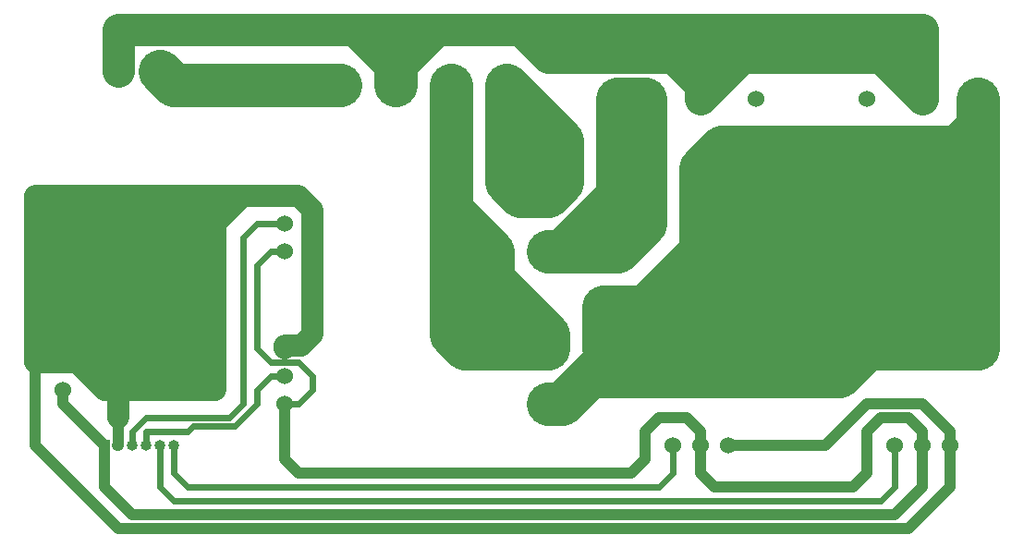
<source format=gbr>
G04 #@! TF.FileFunction,Copper,L2,Bot,Signal*
%FSLAX46Y46*%
G04 Gerber Fmt 4.6, Leading zero omitted, Abs format (unit mm)*
G04 Created by KiCad (PCBNEW 4.0.6) date Fri Aug 18 12:54:38 2017*
%MOMM*%
%LPD*%
G01*
G04 APERTURE LIST*
%ADD10C,0.100000*%
%ADD11C,1.524000*%
%ADD12C,3.000000*%
%ADD13R,1.000000X1.000000*%
%ADD14O,1.000000X1.000000*%
%ADD15C,2.000000*%
%ADD16C,1.000000*%
%ADD17C,0.600000*%
%ADD18C,4.000000*%
%ADD19C,3.000000*%
G04 APERTURE END LIST*
D10*
D11*
X129540000Y-54610000D03*
X129540000Y-57150000D03*
X129540000Y-59690000D03*
X153670000Y-54610000D03*
X153670000Y-59690000D03*
X129540000Y-68580000D03*
X129540000Y-71120000D03*
X129540000Y-73660000D03*
X153670000Y-68580000D03*
X153670000Y-73660000D03*
D12*
X139700000Y-44450000D03*
X144780000Y-44450000D03*
X134620000Y-44450000D03*
X149860000Y-44450000D03*
D13*
X113030000Y-77470000D03*
D14*
X114300000Y-77470000D03*
X115570000Y-77470000D03*
X116840000Y-77470000D03*
X118110000Y-77470000D03*
X119380000Y-77470000D03*
D11*
X114300000Y-43180000D03*
X118110000Y-43180000D03*
X109220000Y-72390000D03*
X123190000Y-72390000D03*
X165100000Y-77470000D03*
X167640000Y-77470000D03*
X170180000Y-77470000D03*
X162560000Y-45720000D03*
X167640000Y-45720000D03*
X172720000Y-45720000D03*
X185420000Y-77470000D03*
X187960000Y-77470000D03*
X190500000Y-77470000D03*
X182880000Y-45720000D03*
X187960000Y-45720000D03*
X193040000Y-45720000D03*
D15*
X114300000Y-74930000D02*
X114300000Y-72390000D01*
X109220000Y-68580000D02*
X123190000Y-68580000D01*
X106680000Y-67310000D02*
X123190000Y-67310000D01*
X106680000Y-66040000D02*
X123190000Y-66040000D01*
X106680000Y-64770000D02*
X123190000Y-64770000D01*
X106680000Y-63500000D02*
X123190000Y-63500000D01*
X106680000Y-62230000D02*
X123190000Y-62230000D01*
X106680000Y-60960000D02*
X123190000Y-60960000D01*
X106680000Y-59690000D02*
X123190000Y-59690000D01*
X106680000Y-58420000D02*
X123190000Y-58420000D01*
X106680000Y-57150000D02*
X123190000Y-57150000D01*
X106680000Y-55880000D02*
X124460000Y-55880000D01*
X106680000Y-69850000D02*
X106680000Y-67310000D01*
X106680000Y-67310000D02*
X106680000Y-66040000D01*
X106680000Y-66040000D02*
X106680000Y-64770000D01*
X106680000Y-64770000D02*
X106680000Y-63500000D01*
X106680000Y-63500000D02*
X106680000Y-62230000D01*
X106680000Y-62230000D02*
X106680000Y-60960000D01*
X106680000Y-60960000D02*
X106680000Y-59690000D01*
X106680000Y-59690000D02*
X106680000Y-58420000D01*
X106680000Y-58420000D02*
X106680000Y-57150000D01*
X106680000Y-57150000D02*
X106680000Y-55880000D01*
X106680000Y-55880000D02*
X106680000Y-54610000D01*
X106680000Y-54610000D02*
X125730000Y-54610000D01*
X106680000Y-69850000D02*
X123190000Y-69850000D01*
X123190000Y-71120000D02*
X111760000Y-71120000D01*
X123190000Y-69850000D02*
X123190000Y-71120000D01*
X129540000Y-68349998D02*
X129540000Y-68580000D01*
X131040002Y-68349998D02*
X129540000Y-68349998D01*
X132080000Y-67310000D02*
X131040002Y-68349998D01*
X132080000Y-55880000D02*
X132080000Y-67310000D01*
X130810000Y-54610000D02*
X132080000Y-55880000D01*
X129540000Y-54610000D02*
X130810000Y-54610000D01*
X123190000Y-72390000D02*
X123190000Y-68580000D01*
X123190000Y-68580000D02*
X123190000Y-67310000D01*
X123190000Y-67310000D02*
X123190000Y-66040000D01*
X123190000Y-66040000D02*
X123190000Y-64770000D01*
X123190000Y-64770000D02*
X123190000Y-63500000D01*
X123190000Y-63500000D02*
X123190000Y-62230000D01*
X123190000Y-62230000D02*
X123190000Y-60960000D01*
X123190000Y-60960000D02*
X123190000Y-59690000D01*
X123190000Y-59690000D02*
X123190000Y-58420000D01*
X123190000Y-58420000D02*
X123190000Y-57150000D01*
X123190000Y-57150000D02*
X124460000Y-55880000D01*
X124460000Y-55880000D02*
X125730000Y-54610000D01*
X125730000Y-54610000D02*
X129540000Y-54610000D01*
X114300000Y-72390000D02*
X113030000Y-72390000D01*
X113030000Y-72390000D02*
X111760000Y-71120000D01*
X111760000Y-71120000D02*
X109220000Y-68580000D01*
X123190000Y-72390000D02*
X114300000Y-72390000D01*
D16*
X170180000Y-77470000D02*
X179070000Y-77470000D01*
X190500000Y-76200000D02*
X190500000Y-77470000D01*
X187960000Y-73660000D02*
X190500000Y-76200000D01*
X182880000Y-73660000D02*
X187960000Y-73660000D01*
X181610000Y-74930000D02*
X182880000Y-73660000D01*
X179070000Y-77470000D02*
X181610000Y-74930000D01*
X115570000Y-72390000D02*
X114300000Y-71120000D01*
X115570000Y-72390000D02*
X114300000Y-72390000D01*
X190500000Y-77470000D02*
X190500000Y-81280000D01*
X107950000Y-68580000D02*
X109220000Y-68580000D01*
X106680000Y-69850000D02*
X107950000Y-68580000D01*
X106680000Y-77470000D02*
X106680000Y-69850000D01*
X114300000Y-85090000D02*
X106680000Y-77470000D01*
X186690000Y-85090000D02*
X114300000Y-85090000D01*
X190500000Y-81280000D02*
X186690000Y-85090000D01*
X114300000Y-69850000D02*
X114300000Y-71120000D01*
X113030000Y-68580000D02*
X114300000Y-69850000D01*
X109220000Y-68580000D02*
X113030000Y-68580000D01*
X114300000Y-71120000D02*
X114300000Y-72390000D01*
X129540000Y-68580000D02*
X130810000Y-68580000D01*
X130810000Y-68580000D02*
X132080000Y-67310000D01*
X132080000Y-67310000D02*
X132080000Y-55880000D01*
X132080000Y-55880000D02*
X130810000Y-54610000D01*
X123190000Y-72390000D02*
X115570000Y-72390000D01*
X114300000Y-73660000D02*
X114300000Y-74930000D01*
X114300000Y-74930000D02*
X114300000Y-77400002D01*
X115570000Y-72390000D02*
X114300000Y-73660000D01*
X114300000Y-77400002D02*
X114230002Y-77470000D01*
X114230002Y-77470000D02*
X114300000Y-77470000D01*
X114300000Y-77400002D02*
X114230002Y-77470000D01*
X114230002Y-77470000D02*
X114300000Y-77470000D01*
D17*
X115570000Y-77470000D02*
X115570000Y-76200000D01*
X127000000Y-57150000D02*
X129540000Y-57150000D01*
X125730000Y-58420000D02*
X127000000Y-57150000D01*
X125730000Y-73660000D02*
X125730000Y-58420000D01*
X124460000Y-74930000D02*
X125730000Y-73660000D01*
X116840000Y-74930000D02*
X124460000Y-74930000D01*
X115570000Y-76200000D02*
X116840000Y-74930000D01*
D16*
X129540000Y-78740000D02*
X129540000Y-73660000D01*
X167640000Y-77470000D02*
X167640000Y-76200000D01*
X130810000Y-80010000D02*
X129540000Y-78740000D01*
X161290000Y-80010000D02*
X130810000Y-80010000D01*
X162560000Y-78740000D02*
X161290000Y-80010000D01*
X162560000Y-76200000D02*
X162560000Y-78740000D01*
X163830000Y-74930000D02*
X162560000Y-76200000D01*
X166370000Y-74930000D02*
X163830000Y-74930000D01*
X167640000Y-76200000D02*
X166370000Y-74930000D01*
X187960000Y-77470000D02*
X187960000Y-76200000D01*
X167640000Y-80010000D02*
X167640000Y-77470000D01*
X168910000Y-81280000D02*
X167640000Y-80010000D01*
X181610000Y-81280000D02*
X168910000Y-81280000D01*
X182880000Y-80010000D02*
X181610000Y-81280000D01*
X182880000Y-76200000D02*
X182880000Y-80010000D01*
X184150000Y-74930000D02*
X182880000Y-76200000D01*
X186690000Y-74930000D02*
X184150000Y-74930000D01*
X187960000Y-76200000D02*
X186690000Y-74930000D01*
D17*
X129540000Y-59690000D02*
X128270000Y-59690000D01*
X128270000Y-59690000D02*
X127000000Y-60960000D01*
X127000000Y-60960000D02*
X127000000Y-68580000D01*
X127000000Y-68580000D02*
X128270000Y-69850000D01*
X128270000Y-69850000D02*
X130810000Y-69850000D01*
X130810000Y-69850000D02*
X132080000Y-71120000D01*
X132080000Y-71120000D02*
X132080000Y-72390000D01*
X132080000Y-72390000D02*
X130810000Y-73660000D01*
X130810000Y-73660000D02*
X129540000Y-73660000D01*
D16*
X109220000Y-72390000D02*
X109220000Y-73660000D01*
X109220000Y-73660000D02*
X113030000Y-77470000D01*
X113030000Y-77470000D02*
X113030000Y-81280000D01*
X185420000Y-83820000D02*
X187960000Y-81280000D01*
X115570000Y-83820000D02*
X185420000Y-83820000D01*
X113030000Y-81280000D02*
X115570000Y-83820000D01*
X187960000Y-81280000D02*
X187960000Y-77470000D01*
D18*
X153670000Y-54610000D02*
X154940000Y-53340000D01*
X149860000Y-44450000D02*
X154940000Y-49530000D01*
X154940000Y-49530000D02*
X154940000Y-53340000D01*
X153670000Y-50800000D02*
X152400000Y-49530000D01*
X154940000Y-53340000D02*
X153670000Y-52070000D01*
X153670000Y-52070000D02*
X153670000Y-50800000D01*
X149860000Y-44450000D02*
X149860000Y-53340000D01*
X149860000Y-53340000D02*
X151130000Y-54610000D01*
X151130000Y-54610000D02*
X153670000Y-54610000D01*
X153670000Y-59690000D02*
X158750000Y-59690000D01*
X158750000Y-59690000D02*
X160020000Y-59690000D01*
X162560000Y-45720000D02*
X162560000Y-57150000D01*
X160020000Y-59690000D02*
X162560000Y-57150000D01*
X153670000Y-59690000D02*
X154940000Y-59690000D01*
X160020000Y-45720000D02*
X162560000Y-45720000D01*
X160020000Y-54610000D02*
X160020000Y-45720000D01*
X154940000Y-59690000D02*
X160020000Y-54610000D01*
X158750000Y-59690000D02*
X156210000Y-59690000D01*
D17*
X116840000Y-77470000D02*
X116840000Y-76200000D01*
X128270000Y-71120000D02*
X129540000Y-71120000D01*
X127000000Y-72390000D02*
X128270000Y-71120000D01*
X127000000Y-73660000D02*
X127000000Y-72390000D01*
X124929998Y-75730002D02*
X127000000Y-73660000D01*
X121119998Y-75730002D02*
X124929998Y-75730002D01*
X120650000Y-76200000D02*
X121119998Y-75730002D01*
X116840000Y-76200000D02*
X120650000Y-76200000D01*
D18*
X153670000Y-68580000D02*
X153670000Y-67310000D01*
X153670000Y-67310000D02*
X148590000Y-62230000D01*
X144780000Y-54610000D02*
X144780000Y-55880000D01*
X144780000Y-55880000D02*
X148590000Y-59690000D01*
X148590000Y-59690000D02*
X148590000Y-62230000D01*
X148590000Y-62230000D02*
X148590000Y-66040000D01*
X144780000Y-44450000D02*
X144780000Y-54610000D01*
X144780000Y-54610000D02*
X144780000Y-67310000D01*
X146050000Y-68580000D02*
X153670000Y-68580000D01*
X144780000Y-67310000D02*
X146050000Y-68580000D01*
X180340000Y-71120000D02*
X180340000Y-68580000D01*
X157480000Y-71120000D02*
X180340000Y-71120000D01*
X182880000Y-68580000D02*
X180340000Y-71120000D01*
X180340000Y-68580000D02*
X182880000Y-68580000D01*
X153670000Y-73660000D02*
X154940000Y-73660000D01*
X160020000Y-68580000D02*
X162560000Y-68580000D01*
X154940000Y-73660000D02*
X157480000Y-71120000D01*
X157480000Y-71120000D02*
X160020000Y-68580000D01*
X191135000Y-50165000D02*
X169545000Y-50165000D01*
X169545000Y-50165000D02*
X167640000Y-52070000D01*
X167640000Y-52070000D02*
X167640000Y-59690000D01*
X158750000Y-68580000D02*
X162560000Y-64770000D01*
X167640000Y-59690000D02*
X167640000Y-60960000D01*
X162560000Y-64770000D02*
X167640000Y-59690000D01*
X158750000Y-68580000D02*
X158750000Y-64770000D01*
X166370000Y-64770000D02*
X167640000Y-63500000D01*
X158750000Y-64770000D02*
X166370000Y-64770000D01*
X167640000Y-63500000D02*
X162560000Y-68580000D01*
X177800000Y-52070000D02*
X177800000Y-66040000D01*
X190500000Y-54610000D02*
X190500000Y-66040000D01*
X187960000Y-54610000D02*
X190500000Y-54610000D01*
X187960000Y-66040000D02*
X187960000Y-54610000D01*
X184150000Y-66040000D02*
X187960000Y-66040000D01*
X184150000Y-54610000D02*
X184150000Y-66040000D01*
X180340000Y-54610000D02*
X184150000Y-54610000D01*
X180340000Y-66040000D02*
X180340000Y-54610000D01*
X177800000Y-66040000D02*
X180340000Y-66040000D01*
X175260000Y-66040000D02*
X175260000Y-54610000D01*
X172720000Y-66040000D02*
X172720000Y-52070000D01*
X172720000Y-52070000D02*
X172720000Y-53340000D01*
X172720000Y-53340000D02*
X172720000Y-52070000D01*
X170180000Y-66040000D02*
X170180000Y-52070000D01*
X170180000Y-52070000D02*
X170180000Y-53340000D01*
X170180000Y-53340000D02*
X170180000Y-52070000D01*
X162560000Y-68580000D02*
X167640000Y-63500000D01*
X167640000Y-52070000D02*
X170180000Y-52070000D01*
X167640000Y-60960000D02*
X167640000Y-52070000D01*
X167640000Y-63500000D02*
X167640000Y-60960000D01*
X189230000Y-52070000D02*
X191135000Y-50165000D01*
X191135000Y-50165000D02*
X193040000Y-48260000D01*
X172720000Y-52070000D02*
X177800000Y-52070000D01*
X177800000Y-52070000D02*
X189230000Y-52070000D01*
X170180000Y-52070000D02*
X172720000Y-52070000D01*
X193040000Y-66040000D02*
X190500000Y-66040000D01*
X190500000Y-66040000D02*
X175260000Y-66040000D01*
X175260000Y-66040000D02*
X172720000Y-66040000D01*
X172720000Y-66040000D02*
X170180000Y-66040000D01*
X170180000Y-66040000D02*
X165100000Y-66040000D01*
X193040000Y-68580000D02*
X193040000Y-66040000D01*
X162560000Y-68580000D02*
X193040000Y-68580000D01*
X193040000Y-66040000D02*
X193040000Y-48260000D01*
X193040000Y-48260000D02*
X193040000Y-45720000D01*
D19*
X114300000Y-39370000D02*
X114300000Y-43180000D01*
D18*
X139700000Y-44450000D02*
X139700000Y-43180000D01*
D19*
X167640000Y-44450000D02*
X165100000Y-41910000D01*
X167640000Y-45720000D02*
X167640000Y-44450000D01*
X165100000Y-41910000D02*
X153670000Y-41910000D01*
X167640000Y-45720000D02*
X171450000Y-41910000D01*
X167640000Y-41910000D02*
X165100000Y-41910000D01*
X153670000Y-41910000D02*
X151130000Y-39370000D01*
X139700000Y-44450000D02*
X139700000Y-43180000D01*
X139700000Y-43180000D02*
X135890000Y-39370000D01*
X139700000Y-43180000D02*
X143510000Y-39370000D01*
X167640000Y-45720000D02*
X167640000Y-45720000D01*
X171450000Y-41910000D02*
X167640000Y-41910000D01*
X167640000Y-45720000D02*
X167640000Y-41910000D01*
X167640000Y-41910000D02*
X167640000Y-41910000D01*
X184150000Y-41910000D02*
X171450000Y-41910000D01*
X187960000Y-45720000D02*
X184150000Y-41910000D01*
X182880000Y-39370000D02*
X185420000Y-41910000D01*
X181610000Y-39370000D02*
X182880000Y-39370000D01*
X184150000Y-41910000D02*
X181610000Y-39370000D01*
X167640000Y-41910000D02*
X167640000Y-39370000D01*
X187960000Y-45720000D02*
X187960000Y-39370000D01*
X187960000Y-39370000D02*
X167640000Y-39370000D01*
X167640000Y-39370000D02*
X151130000Y-39370000D01*
X151130000Y-39370000D02*
X143510000Y-39370000D01*
X143510000Y-39370000D02*
X139700000Y-39370000D01*
X139700000Y-39370000D02*
X139700000Y-44450000D01*
X139700000Y-44450000D02*
X139700000Y-39370000D01*
X139700000Y-39370000D02*
X135890000Y-39370000D01*
X135890000Y-39370000D02*
X114300000Y-39370000D01*
D18*
X118110000Y-43180000D02*
X119380000Y-44450000D01*
X119380000Y-44450000D02*
X134620000Y-44450000D01*
X134620000Y-44450000D02*
X119380000Y-44450000D01*
D17*
X118110000Y-77470000D02*
X118110000Y-81280000D01*
X185420000Y-81280000D02*
X185420000Y-77470000D01*
X184150000Y-82550000D02*
X185420000Y-81280000D01*
X119380000Y-82550000D02*
X184150000Y-82550000D01*
X118110000Y-81280000D02*
X119380000Y-82550000D01*
X165100000Y-77470000D02*
X165100000Y-80010000D01*
X119380000Y-80010000D02*
X119380000Y-77470000D01*
X120650000Y-81280000D02*
X119380000Y-80010000D01*
X163830000Y-81280000D02*
X120650000Y-81280000D01*
X165100000Y-80010000D02*
X163830000Y-81280000D01*
M02*

</source>
